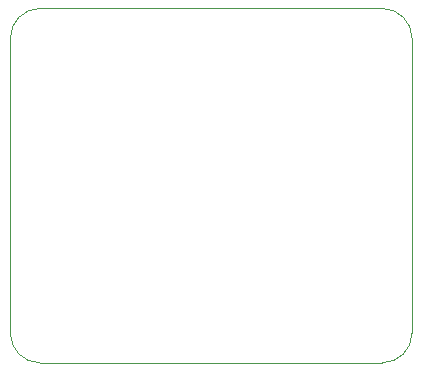
<source format=gbr>
%TF.GenerationSoftware,KiCad,Pcbnew,9.0.0*%
%TF.CreationDate,2025-03-24T14:24:08-05:00*%
%TF.ProjectId,DIIN-proyecto,4449494e-2d70-4726-9f79-6563746f2e6b,rev?*%
%TF.SameCoordinates,Original*%
%TF.FileFunction,Profile,NP*%
%FSLAX46Y46*%
G04 Gerber Fmt 4.6, Leading zero omitted, Abs format (unit mm)*
G04 Created by KiCad (PCBNEW 9.0.0) date 2025-03-24 14:24:08*
%MOMM*%
%LPD*%
G01*
G04 APERTURE LIST*
%TA.AperFunction,Profile*%
%ADD10C,0.050000*%
%TD*%
G04 APERTURE END LIST*
D10*
X149000000Y-49500000D02*
X149000000Y-74500000D01*
X117500000Y-47000000D02*
X146500000Y-47000000D01*
X115000000Y-74500000D02*
X115000000Y-49500000D01*
X146500000Y-77000000D02*
X117500000Y-77000000D01*
X115000000Y-49500000D02*
G75*
G02*
X117500000Y-47000000I2500000J0D01*
G01*
X117500000Y-77000000D02*
G75*
G02*
X115000000Y-74500000I0J2500000D01*
G01*
X149000000Y-74500000D02*
G75*
G02*
X146500000Y-77000000I-2500000J0D01*
G01*
X146500000Y-47000000D02*
G75*
G02*
X149000000Y-49500000I0J-2500000D01*
G01*
M02*

</source>
